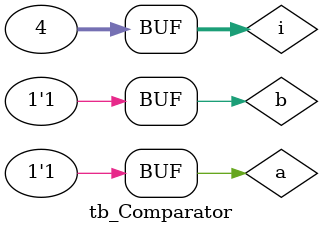
<source format=v>
	
	module Comparator (
    input wire a, b,
    output wire a_gt_b, a_lt_b, a_eq_b
);
    assign a_gt_b = a & ~b;
    assign a_lt_b = ~a & b;
    assign a_eq_b = ~(a ^ b);
endmodule

// Test Bench //


module tb_Comparator;
    reg a, b;
    wire a_gt_b, a_lt_b, a_eq_b;	 
	integer i ;

    Comparator dut (.a(a), .b(b), .a_gt_b(a_gt_b), .a_lt_b(a_lt_b), .a_eq_b(a_eq_b));

    initial begin 
		
         for (i = 0; i < 4; i = i + 1) begin
      {a, b} = i;
      #10;
    end  
    end	
	 initial 
	$monitor (" Time=%0t,a=%0b,b=%0b,eq=%0b,gt=%0b,less=%0b",
	$realtime,a,b,a_gt_b, a_lt_b, a_eq_b);
endmodule

/* 

A  B	A=B	 A>B  A<B
0  0    1     0    0
0  1	 0    0	   1
1  0	 0	  1	   0
1  1	 1	  0    0   */

</source>
